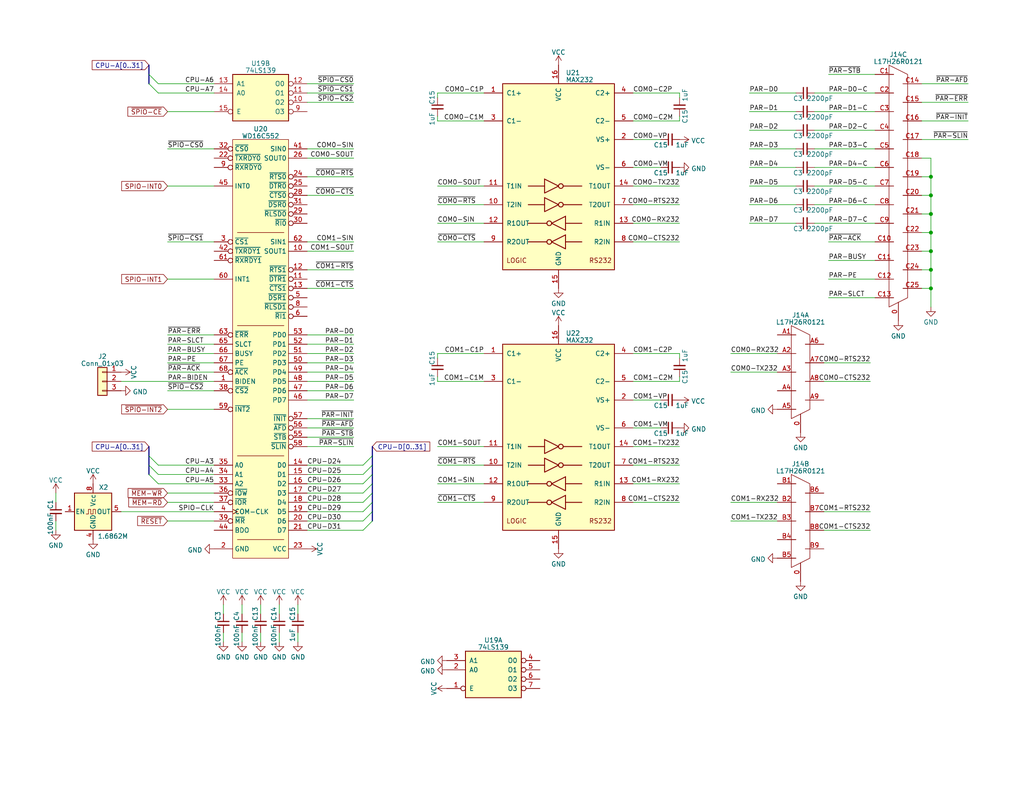
<source format=kicad_sch>
(kicad_sch (version 20230121) (generator eeschema)
  (paper "USLetter")
  (title_block (title "Wrap030 ITX") (date "2023-03-15") (rev "0") (company "techav"))
  (junction (at 254 53.34))
  (junction (at 254 78.74))
  (junction (at 254 58.42))
  (junction (at 254 63.5))
  (junction (at 254 73.66))
  (junction (at 254 68.58))
  (junction (at 254 48.26))
  (bus_entry (at 101.6 139.7) (size -2.54 2.54))
  (bus_entry (at 40.64 22.86) (size 2.54 2.54))
  (bus_entry (at 101.6 134.62) (size -2.54 2.54))
  (bus_entry (at 101.6 142.24) (size -2.54 2.54))
  (bus_entry (at 101.6 129.54) (size -2.54 2.54))
  (bus_entry (at 40.64 20.32) (size 2.54 2.54))
  (bus_entry (at 101.6 137.16) (size -2.54 2.54))
  (bus_entry (at 40.64 124.46) (size 2.54 2.54))
  (bus_entry (at 40.64 127) (size 2.54 2.54))
  (bus_entry (at 40.64 129.54) (size 2.54 2.54))
  (bus_entry (at 101.6 132.08) (size -2.54 2.54))
  (bus_entry (at 101.6 127) (size -2.54 2.54))
  (bus_entry (at 101.6 124.46) (size -2.54 2.54))
  (wire (pts (xy 83.82 101.6) (xy 96.52 101.6)))
  (wire (pts (xy 132.08 132.08) (xy 119.38 132.08)))
  (bus (pts (xy 40.64 121.92) (xy 40.64 124.46)))
  (wire (pts (xy 83.82 109.22) (xy 96.52 109.22)))
  (wire (pts (xy 180.34 109.22) (xy 172.72 109.22)))
  (wire (pts (xy 83.82 116.84) (xy 96.52 116.84)))
  (wire (pts (xy 132.08 60.96) (xy 119.38 60.96)))
  (wire (pts (xy 180.34 38.1) (xy 172.72 38.1)))
  (wire (pts (xy 83.82 119.38) (xy 96.52 119.38)))
  (wire (pts (xy 254 58.42) (xy 254 53.34)))
  (wire (pts (xy 83.82 91.44) (xy 96.52 91.44)))
  (wire (pts (xy 185.42 33.02) (xy 185.42 31.75)))
  (wire (pts (xy 254 63.5) (xy 251.46 63.5)))
  (wire (pts (xy 83.82 53.34) (xy 96.52 53.34)))
  (wire (pts (xy 43.18 25.4) (xy 58.42 25.4)))
  (wire (pts (xy 45.72 142.24) (xy 58.42 142.24)))
  (wire (pts (xy 83.82 134.62) (xy 99.06 134.62)))
  (wire (pts (xy 83.82 132.08) (xy 99.06 132.08)))
  (wire (pts (xy 132.08 121.92) (xy 119.38 121.92)))
  (wire (pts (xy 83.82 137.16) (xy 99.06 137.16)))
  (wire (pts (xy 199.39 137.16) (xy 212.09 137.16)))
  (wire (pts (xy 119.38 96.52) (xy 132.08 96.52)))
  (wire (pts (xy 254 83.82) (xy 254 78.74)))
  (wire (pts (xy 172.72 25.4) (xy 185.42 25.4)))
  (wire (pts (xy 60.96 175.26) (xy 60.96 172.72)))
  (bus (pts (xy 101.6 139.7) (xy 101.6 142.24)))
  (bus (pts (xy 101.6 127) (xy 101.6 129.54)))
  (wire (pts (xy 83.82 121.92) (xy 96.52 121.92)))
  (wire (pts (xy 185.42 96.52) (xy 185.42 97.79)))
  (wire (pts (xy 222.25 45.72) (xy 238.76 45.72)))
  (wire (pts (xy 132.08 33.02) (xy 119.38 33.02)))
  (wire (pts (xy 81.28 175.26) (xy 81.28 172.72)))
  (wire (pts (xy 222.25 35.56) (xy 238.76 35.56)))
  (wire (pts (xy 217.17 50.8) (xy 204.47 50.8)))
  (wire (pts (xy 58.42 106.68) (xy 45.72 106.68)))
  (wire (pts (xy 185.42 50.8) (xy 172.72 50.8)))
  (bus (pts (xy 101.6 134.62) (xy 101.6 137.16)))
  (wire (pts (xy 222.25 40.64) (xy 238.76 40.64)))
  (wire (pts (xy 180.34 45.72) (xy 172.72 45.72)))
  (wire (pts (xy 132.08 55.88) (xy 119.38 55.88)))
  (wire (pts (xy 45.72 101.6) (xy 58.42 101.6)))
  (wire (pts (xy 132.08 50.8) (xy 119.38 50.8)))
  (wire (pts (xy 185.42 132.08) (xy 172.72 132.08)))
  (wire (pts (xy 199.39 96.52) (xy 212.09 96.52)))
  (wire (pts (xy 119.38 97.79) (xy 119.38 96.52)))
  (wire (pts (xy 226.06 76.2) (xy 238.76 76.2)))
  (wire (pts (xy 58.42 40.64) (xy 45.72 40.64)))
  (bus (pts (xy 40.64 20.32) (xy 40.64 22.86)))
  (wire (pts (xy 217.17 55.88) (xy 204.47 55.88)))
  (wire (pts (xy 76.2 175.26) (xy 76.2 172.72)))
  (wire (pts (xy 45.72 134.62) (xy 58.42 134.62)))
  (wire (pts (xy 45.72 50.8) (xy 58.42 50.8)))
  (wire (pts (xy 83.82 27.94) (xy 96.52 27.94)))
  (wire (pts (xy 15.24 134.62) (xy 15.24 137.16)))
  (wire (pts (xy 83.82 139.7) (xy 99.06 139.7)))
  (wire (pts (xy 254 73.66) (xy 254 68.58)))
  (wire (pts (xy 222.25 50.8) (xy 238.76 50.8)))
  (wire (pts (xy 254 48.26) (xy 251.46 48.26)))
  (wire (pts (xy 185.42 60.96) (xy 172.72 60.96)))
  (wire (pts (xy 83.82 22.86) (xy 96.52 22.86)))
  (wire (pts (xy 254 73.66) (xy 251.46 73.66)))
  (wire (pts (xy 199.39 142.24) (xy 212.09 142.24)))
  (wire (pts (xy 222.25 55.88) (xy 238.76 55.88)))
  (wire (pts (xy 45.72 76.2) (xy 58.42 76.2)))
  (wire (pts (xy 71.12 165.1) (xy 71.12 167.64)))
  (wire (pts (xy 254 78.74) (xy 251.46 78.74)))
  (wire (pts (xy 33.02 104.14) (xy 58.42 104.14)))
  (wire (pts (xy 185.42 55.88) (xy 172.72 55.88)))
  (wire (pts (xy 254 53.34) (xy 254 48.26)))
  (wire (pts (xy 83.82 114.3) (xy 96.52 114.3)))
  (wire (pts (xy 83.82 106.68) (xy 96.52 106.68)))
  (wire (pts (xy 83.82 40.64) (xy 96.52 40.64)))
  (wire (pts (xy 217.17 35.56) (xy 204.47 35.56)))
  (wire (pts (xy 132.08 137.16) (xy 119.38 137.16)))
  (wire (pts (xy 254 68.58) (xy 254 63.5)))
  (wire (pts (xy 172.72 104.14) (xy 185.42 104.14)))
  (wire (pts (xy 83.82 78.74) (xy 96.52 78.74)))
  (wire (pts (xy 43.18 129.54) (xy 58.42 129.54)))
  (wire (pts (xy 83.82 66.04) (xy 96.52 66.04)))
  (wire (pts (xy 45.72 99.06) (xy 58.42 99.06)))
  (wire (pts (xy 45.72 111.76) (xy 58.42 111.76)))
  (wire (pts (xy 83.82 25.4) (xy 96.52 25.4)))
  (bus (pts (xy 40.64 127) (xy 40.64 129.54)))
  (bus (pts (xy 40.64 17.78) (xy 40.64 20.32)))
  (wire (pts (xy 254 48.26) (xy 254 43.18)))
  (wire (pts (xy 83.82 129.54) (xy 99.06 129.54)))
  (wire (pts (xy 119.38 25.4) (xy 132.08 25.4)))
  (wire (pts (xy 237.49 139.7) (xy 224.79 139.7)))
  (wire (pts (xy 132.08 104.14) (xy 119.38 104.14)))
  (bus (pts (xy 101.6 129.54) (xy 101.6 132.08)))
  (wire (pts (xy 45.72 30.48) (xy 58.42 30.48)))
  (wire (pts (xy 83.82 43.18) (xy 96.52 43.18)))
  (wire (pts (xy 251.46 33.02) (xy 264.16 33.02)))
  (wire (pts (xy 172.72 96.52) (xy 185.42 96.52)))
  (wire (pts (xy 185.42 66.04) (xy 172.72 66.04)))
  (wire (pts (xy 83.82 73.66) (xy 96.52 73.66)))
  (wire (pts (xy 83.82 48.26) (xy 96.52 48.26)))
  (wire (pts (xy 60.96 165.1) (xy 60.96 167.64)))
  (wire (pts (xy 237.49 104.14) (xy 224.79 104.14)))
  (wire (pts (xy 251.46 22.86) (xy 264.16 22.86)))
  (wire (pts (xy 119.38 33.02) (xy 119.38 31.75)))
  (wire (pts (xy 222.25 25.4) (xy 238.76 25.4)))
  (wire (pts (xy 254 78.74) (xy 254 73.66)))
  (wire (pts (xy 66.04 165.1) (xy 66.04 167.64)))
  (wire (pts (xy 15.24 144.78) (xy 15.24 142.24)))
  (wire (pts (xy 76.2 165.1) (xy 76.2 167.64)))
  (wire (pts (xy 83.82 68.58) (xy 96.52 68.58)))
  (wire (pts (xy 185.42 127) (xy 172.72 127)))
  (wire (pts (xy 185.42 137.16) (xy 172.72 137.16)))
  (wire (pts (xy 254 53.34) (xy 251.46 53.34)))
  (wire (pts (xy 217.17 45.72) (xy 204.47 45.72)))
  (wire (pts (xy 180.34 116.84) (xy 172.72 116.84)))
  (wire (pts (xy 254 43.18) (xy 251.46 43.18)))
  (wire (pts (xy 45.72 137.16) (xy 58.42 137.16)))
  (wire (pts (xy 217.17 30.48) (xy 204.47 30.48)))
  (wire (pts (xy 237.49 144.78) (xy 224.79 144.78)))
  (bus (pts (xy 101.6 132.08) (xy 101.6 134.62)))
  (wire (pts (xy 217.17 25.4) (xy 204.47 25.4)))
  (wire (pts (xy 43.18 132.08) (xy 58.42 132.08)))
  (wire (pts (xy 238.76 20.32) (xy 226.06 20.32)))
  (wire (pts (xy 83.82 104.14) (xy 96.52 104.14)))
  (wire (pts (xy 237.49 99.06) (xy 224.79 99.06)))
  (wire (pts (xy 119.38 26.67) (xy 119.38 25.4)))
  (wire (pts (xy 172.72 33.02) (xy 185.42 33.02)))
  (wire (pts (xy 217.17 60.96) (xy 204.47 60.96)))
  (wire (pts (xy 254 68.58) (xy 251.46 68.58)))
  (wire (pts (xy 71.12 175.26) (xy 71.12 172.72)))
  (wire (pts (xy 226.06 71.12) (xy 238.76 71.12)))
  (wire (pts (xy 83.82 142.24) (xy 99.06 142.24)))
  (wire (pts (xy 83.82 144.78) (xy 99.06 144.78)))
  (bus (pts (xy 101.6 121.92) (xy 101.6 124.46)))
  (wire (pts (xy 185.42 104.14) (xy 185.42 102.87)))
  (wire (pts (xy 199.39 101.6) (xy 212.09 101.6)))
  (bus (pts (xy 101.6 137.16) (xy 101.6 139.7)))
  (wire (pts (xy 222.25 60.96) (xy 238.76 60.96)))
  (wire (pts (xy 226.06 66.04) (xy 238.76 66.04)))
  (wire (pts (xy 45.72 96.52) (xy 58.42 96.52)))
  (bus (pts (xy 40.64 124.46) (xy 40.64 127)))
  (wire (pts (xy 83.82 99.06) (xy 96.52 99.06)))
  (wire (pts (xy 254 63.5) (xy 254 58.42)))
  (wire (pts (xy 45.72 93.98) (xy 58.42 93.98)))
  (wire (pts (xy 83.82 93.98) (xy 96.52 93.98)))
  (wire (pts (xy 45.72 91.44) (xy 58.42 91.44)))
  (wire (pts (xy 185.42 121.92) (xy 172.72 121.92)))
  (wire (pts (xy 185.42 25.4) (xy 185.42 26.67)))
  (wire (pts (xy 33.02 139.7) (xy 58.42 139.7)))
  (wire (pts (xy 251.46 38.1) (xy 264.16 38.1)))
  (wire (pts (xy 58.42 66.04) (xy 45.72 66.04)))
  (wire (pts (xy 132.08 66.04) (xy 119.38 66.04)))
  (wire (pts (xy 43.18 22.86) (xy 58.42 22.86)))
  (wire (pts (xy 83.82 96.52) (xy 96.52 96.52)))
  (wire (pts (xy 66.04 175.26) (xy 66.04 172.72)))
  (wire (pts (xy 217.17 40.64) (xy 204.47 40.64)))
  (wire (pts (xy 226.06 81.28) (xy 238.76 81.28)))
  (bus (pts (xy 101.6 124.46) (xy 101.6 127)))
  (wire (pts (xy 83.82 127) (xy 99.06 127)))
  (wire (pts (xy 254 58.42) (xy 251.46 58.42)))
  (wire (pts (xy 119.38 104.14) (xy 119.38 102.87)))
  (wire (pts (xy 81.28 165.1) (xy 81.28 167.64)))
  (wire (pts (xy 132.08 127) (xy 119.38 127)))
  (wire (pts (xy 264.16 27.94) (xy 251.46 27.94)))
  (wire (pts (xy 43.18 127) (xy 58.42 127)))
  (wire (pts (xy 222.25 30.48) (xy 238.76 30.48)))
  (label "~{SPIO-CS1}" (at 45.72 66.04 0))
  (label "PAR-D7-C" (at 226.06 60.96 0))
  (label "PAR-PE" (at 45.72 99.06 0))
  (label "COM0-SOUT" (at 96.52 43.18 180))
  (label "COM0-SIN" (at 119.38 60.96 0))
  (label "~{PAR-SLIN}" (at 264.16 38.1 180))
  (label "COM1-CTS232" (at 237.49 144.78 180))
  (label "COM0-C1M" (at 132.08 33.02 180))
  (label "~{PAR-ERR}" (at 45.72 91.44 0))
  (label "COM1-C1P" (at 132.08 96.52 180))
  (label "~{PAR-AFD}" (at 264.16 22.86 180))
  (label "~{PAR-INIT}" (at 96.52 114.3 180))
  (label "COM1-C2M" (at 172.72 104.14 0))
  (label "PAR-D5" (at 204.47 50.8 0))
  (label "PAR-D6" (at 96.52 106.68 180))
  (label "PAR-D5-C" (at 226.06 50.8 0))
  (label "~{PAR-AFD}" (at 96.52 116.84 180))
  (label "COM1-C2P" (at 172.72 96.52 0))
  (label "~{PAR-STB}" (at 96.52 119.38 180))
  (label "~{COM1-RTS}" (at 119.38 127 0))
  (label "COM0-RX232" (at 199.39 96.52 0))
  (label "COM1-RTS232" (at 185.42 127 180))
  (label "PAR-D2" (at 96.52 96.52 180))
  (label "~{PAR-ACK}" (at 226.06 66.04 0))
  (label "~{SPIO-CS1}" (at 96.52 25.4 180))
  (label "~{PAR-ACK}" (at 45.72 101.6 0))
  (label "PAR-D0-C" (at 226.06 25.4 0))
  (label "PAR-BUSY" (at 45.72 96.52 0))
  (label "COM1-RTS232" (at 237.49 139.7 180))
  (label "PAR-BIDEN" (at 45.72 104.14 0))
  (label "~{SPIO-CS2}" (at 45.72 106.68 0))
  (label "CPU-D31" (at 83.82 144.78 0))
  (label "PAR-D2" (at 204.47 35.56 0))
  (label "COM1-VM" (at 172.72 116.84 0))
  (label "PAR-D4" (at 96.52 101.6 180))
  (label "~{COM0-RTS}" (at 96.52 48.26 180))
  (label "COM1-TX232" (at 185.42 121.92 180))
  (label "PAR-D4-C" (at 226.06 45.72 0))
  (label "COM0-RX232" (at 185.42 60.96 180))
  (label "COM0-CTS232" (at 237.49 104.14 180))
  (label "~{PAR-INIT}" (at 264.16 33.02 180))
  (label "CPU-A6" (at 58.42 22.86 180))
  (label "CPU-A5" (at 58.42 132.08 180))
  (label "COM0-VP" (at 172.72 38.1 0))
  (label "COM0-SOUT" (at 119.38 50.8 0))
  (label "PAR-D6" (at 204.47 55.88 0))
  (label "COM1-RX232" (at 185.42 132.08 180))
  (label "~{PAR-SLIN}" (at 96.52 121.92 180))
  (label "COM1-SOUT" (at 119.38 121.92 0))
  (label "CPU-D27" (at 83.82 134.62 0))
  (label "COM0-RTS232" (at 185.42 55.88 180))
  (label "~{SPIO-CS0}" (at 45.72 40.64 0))
  (label "COM0-C2P" (at 172.72 25.4 0))
  (label "PAR-SLCT" (at 45.72 93.98 0))
  (label "SPIO-CLK" (at 58.42 139.7 180))
  (label "PAR-D0" (at 204.47 25.4 0))
  (label "~{SPIO-CS0}" (at 96.52 22.86 180))
  (label "COM1-SOUT" (at 96.52 68.58 180))
  (label "PAR-D1-C" (at 226.06 30.48 0))
  (label "COM0-TX232" (at 199.39 101.6 0))
  (label "COM1-CTS232" (at 185.42 137.16 180))
  (label "~{PAR-STB}" (at 226.06 20.32 0))
  (label "CPU-A7" (at 58.42 25.4 180))
  (label "COM1-C1M" (at 132.08 104.14 180))
  (label "COM0-VM" (at 172.72 45.72 0))
  (label "COM1-VP" (at 172.72 109.22 0))
  (label "COM0-C2M" (at 172.72 33.02 0))
  (label "~{COM1-CTS}" (at 96.52 78.74 180))
  (label "~{COM1-RTS}" (at 96.52 73.66 180))
  (label "~{SPIO-CS2}" (at 96.52 27.94 180))
  (label "PAR-D3" (at 96.52 99.06 180))
  (label "PAR-D6-C" (at 226.06 55.88 0))
  (label "CPU-D28" (at 83.82 137.16 0))
  (label "COM1-RX232" (at 199.39 137.16 0))
  (label "PAR-D7" (at 204.47 60.96 0))
  (label "COM0-CTS232" (at 185.42 66.04 180))
  (label "PAR-SLCT" (at 226.06 81.28 0))
  (label "COM0-C1P" (at 132.08 25.4 180))
  (label "CPU-A4" (at 58.42 129.54 180))
  (label "PAR-BUSY" (at 226.06 71.12 0))
  (label "~{COM0-CTS}" (at 119.38 66.04 0))
  (label "~{COM0-RTS}" (at 119.38 55.88 0))
  (label "COM1-SIN" (at 119.38 132.08 0))
  (label "~{PAR-ERR}" (at 264.16 27.94 180))
  (label "CPU-D25" (at 83.82 129.54 0))
  (label "~{COM0-CTS}" (at 96.52 53.34 180))
  (label "CPU-D29" (at 83.82 139.7 0))
  (label "PAR-D4" (at 204.47 45.72 0))
  (label "PAR-D7" (at 96.52 109.22 180))
  (label "COM1-TX232" (at 199.39 142.24 0))
  (label "PAR-D0" (at 96.52 91.44 180))
  (label "PAR-D3-C" (at 226.06 40.64 0))
  (label "CPU-D26" (at 83.82 132.08 0))
  (label "COM0-TX232" (at 185.42 50.8 180))
  (label "CPU-D24" (at 83.82 127 0))
  (label "PAR-D3" (at 204.47 40.64 0))
  (label "CPU-A3" (at 58.42 127 180))
  (label "COM0-RTS232" (at 237.49 99.06 180))
  (label "COM1-SIN" (at 96.52 66.04 180))
  (label "CPU-D30" (at 83.82 142.24 0))
  (label "PAR-D1" (at 96.52 93.98 180))
  (label "PAR-D2-C" (at 226.06 35.56 0))
  (label "PAR-D5" (at 96.52 104.14 180))
  (label "PAR-PE" (at 226.06 76.2 0))
  (label "COM0-SIN" (at 96.52 40.64 180))
  (label "PAR-D1" (at 204.47 30.48 0))
  (label "~{COM1-CTS}" (at 119.38 137.16 0))
  (global_label "SPIO-INT1" (shape input) (at 45.72 76.2 180) (property "Intersheetrefs" "${INTERSHEET_REFS}" (effects hide)))
  (global_label "~{RESET}" (shape input) (at 45.72 142.24 180) (property "Intersheetrefs" "${INTERSHEET_REFS}" (effects hide)))
  (global_label "~{MEM-WR}" (shape input) (at 45.72 134.62 180) (property "Intersheetrefs" "${INTERSHEET_REFS}" (effects hide)))
  (global_label "CPU-A[0..31]" (shape input) (at 40.64 17.78 180) (property "Intersheetrefs" "${INTERSHEET_REFS}" (effects hide)))
  (global_label "~{MEM-RD}" (shape input) (at 45.72 137.16 180) (property "Intersheetrefs" "${INTERSHEET_REFS}" (effects hide)))
  (global_label "~{SPIO-INT2}" (shape input) (at 45.72 111.76 180) (property "Intersheetrefs" "${INTERSHEET_REFS}" (effects hide)))
  (global_label "SPIO-INT0" (shape input) (at 45.72 50.8 180) (property "Intersheetrefs" "${INTERSHEET_REFS}" (effects hide)))
  (global_label "CPU-D[0..31]" (shape input) (at 101.6 121.92 0) (property "Intersheetrefs" "${INTERSHEET_REFS}" (effects hide)))
  (global_label "~{SPIO-CE}" (shape input) (at 45.72 30.48 180) (property "Intersheetrefs" "${INTERSHEET_REFS}" (effects hide)))
  (global_label "CPU-A[0..31]" (shape input) (at 40.64 121.92 180) (property "Intersheetrefs" "${INTERSHEET_REFS}" (effects hide)))
  (symbol (lib_id "power:VCC") (at 185.42 109.22 270) (unit 1)
    (property "Reference" "#PWR031" (effects hide))
    (property "Value" "VCC" (at 188.595 109.5368 90) (effects (justify left)))
    (instances (project "Wrap030-ITX" (path "" (reference "#PWR031") (unit 1)) (path "" (reference "#PWR0107") (unit 1)) (path "" (reference "#PWR0326") (unit 1))))
  )
  (symbol (lib_id "Device:C_Small") (at 219.71 25.4 90) (unit 1)
    (property "Reference" "C3" (at 219.0726 26.8859 90) (effects (justify left)))
    (property "Value" "2200pF" (at 227.3436 26.8859 90) (effects (justify left)))
    (property "Footprint" "Capacitor_SMD:C_0402_1005Metric_Pad0.74x0.62mm_HandSolder" (effects hide))
    (property "JLC-Part" "https://jlcpcb.com/partdetail/1883-0402B222K500NT/C1531" (effects hide))
    (instances (project "Wrap030-ITX" (path "" (reference "C3") (unit 1)) (path "" (reference "C36") (unit 1)) (path "" (reference "C93") (unit 1))))
  )
  (symbol (lib_id "Device:C_Small") (at 182.88 45.72 90) (unit 1)
    (property "Reference" "C15" (at 182.2426 47.2059 90) (effects (justify left)))
    (property "Value" "1uF" (at 187.9736 47.2059 90) (effects (justify left)))
    (property "Footprint" "Capacitor_SMD:C_0402_1005Metric_Pad0.74x0.62mm_HandSolder" (effects hide))
    (property "JLC-Part" "https://jlcpcb.com/partdetail/53938-CL05A105KA5NQNC/C52923" (effects hide))
    (instances (project "Wrap030-ITX" (path "" (reference "C15") (unit 1)) (path "" (reference "C40") (unit 1)) (path "" (reference "C105") (unit 1))))
  )
  (symbol (lib_id "power:GND") (at 81.28 175.26 0) (unit 1)
    (property "Reference" "#PWR032" (effects hide))
    (property "Value" "GND" (at 81.28 179.3955 0))
    (instances (project "Wrap030-ITX" (path "" (reference "#PWR032") (unit 1)) (path "" (reference "#PWR0108") (unit 1)) (path "" (reference "#PWR0309") (unit 1))))
  )
  (symbol (lib_id "Device:C_Small") (at 182.88 38.1 90) (unit 1)
    (property "Reference" "C15" (at 182.2426 39.5859 90) (effects (justify left)))
    (property "Value" "1uF" (at 187.9736 39.5859 90) (effects (justify left)))
    (property "Footprint" "Capacitor_SMD:C_0402_1005Metric_Pad0.74x0.62mm_HandSolder" (effects hide))
    (property "JLC-Part" "https://jlcpcb.com/partdetail/53938-CL05A105KA5NQNC/C52923" (effects hide))
    (instances (project "Wrap030-ITX" (path "" (reference "C15") (unit 1)) (path "" (reference "C40") (unit 1)) (path "" (reference "C104") (unit 1))))
  )
  (symbol (lib_id "power:VCC") (at 66.04 165.1 0) (unit 1)
    (property "Reference" "#PWR09" (effects hide))
    (property "Value" "VCC" (at 66.04 161.5981 0))
    (instances (project "Wrap030-ITX" (path "" (reference "#PWR09") (unit 1)) (path "" (reference "#PWR0101") (unit 1)) (path "" (reference "#PWR0302") (unit 1))))
  )
  (symbol (lib_id "Device:C_Small") (at 182.88 116.84 90) (unit 1)
    (property "Reference" "C15" (at 182.2426 118.3259 90) (effects (justify left)))
    (property "Value" "1uF" (at 187.9736 118.3259 90) (effects (justify left)))
    (property "Footprint" "Capacitor_SMD:C_0402_1005Metric_Pad0.74x0.62mm_HandSolder" (effects hide))
    (property "JLC-Part" "https://jlcpcb.com/partdetail/53938-CL05A105KA5NQNC/C52923" (effects hide))
    (instances (project "Wrap030-ITX" (path "" (reference "C15") (unit 1)) (path "" (reference "C40") (unit 1)) (path "" (reference "C108") (unit 1))))
  )
  (symbol (lib_id "Device:C_Small") (at 15.24 139.7 0) (unit 1)
    (property "Reference" "C1" (at 13.7541 139.0626 90) (effects (justify left)))
    (property "Value" "100nF" (at 13.7541 146.0636 90) (effects (justify left)))
    (property "Footprint" "Capacitor_SMD:C_0402_1005Metric_Pad0.74x0.62mm_HandSolder" (effects hide))
    (property "JLC-Part" "https://jlcpcb.com/partdetail/1877-CL05B104KO5NNNC/C1525" (effects hide))
    (instances (project "Wrap030-ITX" (path "" (reference "C1") (unit 1)) (path "" (reference "C30") (unit 1)) (path "" (reference "C101") (unit 1))))
  )
  (symbol (lib_id "power:GND") (at 71.12 175.26 0) (unit 1)
    (property "Reference" "#PWR028" (effects hide))
    (property "Value" "GND" (at 71.12 179.3955 0))
    (instances (project "Wrap030-ITX" (path "" (reference "#PWR028") (unit 1)) (path "" (reference "#PWR0104") (unit 1)) (path "" (reference "#PWR0305") (unit 1))))
  )
  (symbol (lib_id "Device:C_Small") (at 66.04 170.18 0) (unit 1)
    (property "Reference" "C4" (at 64.5541 169.5426 90) (effects (justify left)))
    (property "Value" "100nF" (at 64.5541 176.5436 90) (effects (justify left)))
    (property "Footprint" "Capacitor_SMD:C_0402_1005Metric_Pad0.74x0.62mm_HandSolder" (effects hide))
    (property "JLC-Part" "https://jlcpcb.com/partdetail/1877-CL05B104KO5NNNC/C1525" (effects hide))
    (instances (project "Wrap030-ITX" (path "" (reference "C4") (unit 1)) (path "" (reference "C37") (unit 1)) (path "" (reference "C89") (unit 1))))
  )
  (symbol (lib_id "power:GND") (at 15.24 144.78 0) (unit 1)
    (property "Reference" "#PWR04" (effects hide))
    (property "Value" "GND" (at 15.24 148.9155 0))
    (instances (project "Wrap030-ITX" (path "" (reference "#PWR04") (unit 1)) (path "" (reference "#PWR070") (unit 1)) (path "" (reference "#PWR0316") (unit 1))))
  )
  (symbol (lib_id "power:GND") (at 152.4 78.74 0) (unit 1)
    (property "Reference" "#PWR032" (effects hide))
    (property "Value" "GND" (at 152.4 82.8755 0))
    (instances (project "Wrap030-ITX" (path "" (reference "#PWR032") (unit 1)) (path "" (reference "#PWR0108") (unit 1)) (path "" (reference "#PWR0320") (unit 1))))
  )
  (symbol (lib_id "power:GND") (at 254 83.82 0) (mirror y) (unit 1)
    (property "Reference" "#PWR032" (effects hide))
    (property "Value" "GND" (at 254 87.9555 0))
    (instances (project "Wrap030-ITX" (path "" (reference "#PWR032") (unit 1)) (path "" (reference "#PWR0108") (unit 1)) (path "" (reference "#PWR0310") (unit 1))))
  )
  (symbol (lib_id "power:GND") (at 33.02 106.68 90) (unit 1)
    (property "Reference" "#PWR032" (effects hide))
    (property "Value" "GND" (at 36.195 106.9968 90) (effects (justify right)))
    (instances (project "Wrap030-ITX" (path "" (reference "#PWR032") (unit 1)) (path "" (reference "#PWR0108") (unit 1)) (path "" (reference "#PWR0314") (unit 1))))
  )
  (symbol (lib_id "power:GND") (at 121.92 182.88 270) (unit 1)
    (property "Reference" "#PWR04" (effects hide))
    (property "Value" "GND" (at 118.7451 183.1968 90) (effects (justify right)))
    (instances (project "Wrap030-ITX" (path "" (reference "#PWR04") (unit 1)) (path "" (reference "#PWR064") (unit 1)) (path "" (reference "#PWR0134") (unit 1)) (path "" (reference "#PWR0166") (unit 1)) (path "" (reference "#PWR0294") (unit 1)) (path "" (reference "#PWR0352") (unit 1))))
  )
  (symbol (lib_id "power:VCC") (at 152.4 88.9 0) (unit 1)
    (property "Reference" "#PWR031" (effects hide))
    (property "Value" "VCC" (at 152.4 85.3981 0))
    (instances (project "Wrap030-ITX" (path "" (reference "#PWR031") (unit 1)) (path "" (reference "#PWR0107") (unit 1)) (path "" (reference "#PWR0324") (unit 1))))
  )
  (symbol (lib_id "power:GND") (at 218.44 158.75 0) (unit 1)
    (property "Reference" "#PWR04" (effects hide))
    (property "Value" "GND" (at 218.44 162.8855 0))
    (instances (project "Wrap030-ITX" (path "" (reference "#PWR04") (unit 1)) (path "" (reference "#PWR0181") (unit 1)) (path "" (reference "#PWR0348") (unit 1))))
  )
  (symbol (lib_id "power:GND") (at 185.42 116.84 90) (unit 1)
    (property "Reference" "#PWR032" (effects hide))
    (property "Value" "GND" (at 188.595 117.1568 90) (effects (justify right)))
    (instances (project "Wrap030-ITX" (path "" (reference "#PWR032") (unit 1)) (path "" (reference "#PWR0108") (unit 1)) (path "" (reference "#PWR0327") (unit 1))))
  )
  (symbol (lib_id "Device:C_Small") (at 182.88 109.22 90) (unit 1)
    (property "Reference" "C15" (at 182.2426 110.7059 90) (effects (justify left)))
    (property "Value" "1uF" (at 187.9736 110.7059 90) (effects (justify left)))
    (property "Footprint" "Capacitor_SMD:C_0402_1005Metric_Pad0.74x0.62mm_HandSolder" (effects hide))
    (property "JLC-Part" "https://jlcpcb.com/partdetail/53938-CL05A105KA5NQNC/C52923" (effects hide))
    (instances (project "Wrap030-ITX" (path "" (reference "C15") (unit 1)) (path "" (reference "C40") (unit 1)) (path "" (reference "C107") (unit 1))))
  )
  (symbol (lib_id "74xx:74LS139") (at 134.62 182.88 0) (unit 1)
    (property "Reference" "U19" (at 134.62 174.7901 0))
    (property "Value" "74LS139" (at 134.62 176.7111 0))
    (property "Footprint" "Package_DIP:DIP-16_W7.62mm_Socket" (effects hide))
    (property "Datasheet" "http://www.ti.com/lit/ds/symlink/sn74ls139a.pdf" (effects hide))
  )
  (symbol (lib_id "Wrap030-ITX:WD16C552") (at 71.12 38.1 0) (unit 1)
    (property "Reference" "U20" (at 71.12 35.2171 0))
    (property "Value" "WD16C552" (at 71.12 37.1381 0))
    (property "Footprint" "Package_LCC:PLCC-68_THT-Socket" (effects hide))
  )
  (symbol (lib_id "Device:C_Small") (at 219.71 60.96 90) (unit 1)
    (property "Reference" "C3" (at 219.0726 62.4459 90) (effects (justify left)))
    (property "Value" "2200pF" (at 227.3436 62.4459 90) (effects (justify left)))
    (property "Footprint" "Capacitor_SMD:C_0402_1005Metric_Pad0.74x0.62mm_HandSolder" (effects hide))
    (property "JLC-Part" "https://jlcpcb.com/partdetail/1883-0402B222K500NT/C1531" (effects hide))
    (instances (project "Wrap030-ITX" (path "" (reference "C3") (unit 1)) (path "" (reference "C36") (unit 1)) (path "" (reference "C100") (unit 1))))
  )
  (symbol (lib_id "power:GND") (at 66.04 175.26 0) (unit 1)
    (property "Reference" "#PWR010" (effects hide))
    (property "Value" "GND" (at 66.04 179.3955 0))
    (instances (project "Wrap030-ITX" (path "" (reference "#PWR010") (unit 1)) (path "" (reference "#PWR0102") (unit 1)) (path "" (reference "#PWR0303") (unit 1))))
  )
  (symbol (lib_id "power:VCC") (at 81.28 165.1 0) (unit 1)
    (property "Reference" "#PWR031" (effects hide))
    (property "Value" "VCC" (at 81.28 161.5981 0))
    (instances (project "Wrap030-ITX" (path "" (reference "#PWR031") (unit 1)) (path "" (reference "#PWR0107") (unit 1)) (path "" (reference "#PWR0308") (unit 1))))
  )
  (symbol (lib_id "Oscillator:CXO_DIP8") (at 25.4 139.7 0) (unit 1)
    (property "Reference" "X2" (at 28.2594 133.0579 0))
    (property "Value" "1.6862M" (at 30.7994 146.4089 0))
    (property "Footprint" "Oscillator:Oscillator_DIP-8" (effects hide))
    (property "Datasheet" "http://cdn-reichelt.de/documents/datenblatt/B400/OSZI.pdf" (effects hide))
    (instances (project "Wrap030-ITX" (path "" (reference "X2") (unit 1)) (path "" (reference "X4") (unit 1))))
  )
  (symbol (lib_id "power:VCC") (at 15.24 134.62 0) (unit 1)
    (property "Reference" "#PWR03" (effects hide))
    (property "Value" "VCC" (at 15.24 131.1181 0))
    (instances (project "Wrap030-ITX" (path "" (reference "#PWR03") (unit 1)) (path "" (reference "#PWR069") (unit 1)) (path "" (reference "#PWR0315") (unit 1))))
  )
  (symbol (lib_id "Device:C_Small") (at 219.71 45.72 90) (unit 1)
    (property "Reference" "C3" (at 219.0726 47.2059 90) (effects (justify left)))
    (property "Value" "2200pF" (at 227.3436 47.2059 90) (effects (justify left)))
    (property "Footprint" "Capacitor_SMD:C_0402_1005Metric_Pad0.74x0.62mm_HandSolder" (effects hide))
    (property "JLC-Part" "https://jlcpcb.com/partdetail/1883-0402B222K500NT/C1531" (effects hide))
    (instances (project "Wrap030-ITX" (path "" (reference "C3") (unit 1)) (path "" (reference "C36") (unit 1)) (path "" (reference "C97") (unit 1))))
  )
  (symbol (lib_id "power:GND") (at 58.42 149.86 270) (unit 1)
    (property "Reference" "#PWR032" (effects hide))
    (property "Value" "GND" (at 55.2451 150.1768 90) (effects (justify right)))
    (instances (project "Wrap030-ITX" (path "" (reference "#PWR032") (unit 1)) (path "" (reference "#PWR0108") (unit 1)) (path "" (reference "#PWR0312") (unit 1))))
  )
  (symbol (lib_id "Device:C_Small") (at 71.12 170.18 0) (unit 1)
    (property "Reference" "C13" (at 69.6341 169.5426 90) (effects (justify left)))
    (property "Value" "100nF" (at 69.6341 176.5436 90) (effects (justify left)))
    (property "Footprint" "Capacitor_SMD:C_0402_1005Metric_Pad0.74x0.62mm_HandSolder" (effects hide))
    (property "JLC-Part" "https://jlcpcb.com/partdetail/1877-CL05B104KO5NNNC/C1525" (effects hide))
    (instances (project "Wrap030-ITX" (path "" (reference "C13") (unit 1)) (path "" (reference "C38") (unit 1)) (path "" (reference "C90") (unit 1))))
  )
  (symbol (lib_id "74xx:74LS139") (at 71.12 25.4 0) (unit 2)
    (property "Reference" "U19" (at 71.12 17.3101 0))
    (property "Value" "74LS139" (at 71.12 19.2311 0))
    (property "Footprint" "Package_DIP:DIP-16_W7.62mm_Socket" (effects hide))
    (property "Datasheet" "http://www.ti.com/lit/ds/symlink/sn74ls139a.pdf" (effects hide))
  )
  (symbol (lib_id "Wrap030-ITX:L17H26R0121") (at 245.11 17.78 0) (unit 3)
    (property "Reference" "J14" (at 245.11 14.8971 0))
    (property "Value" "L17H26R0121" (at 245.11 16.8181 0))
    (property "Footprint" "Wrap030-ITX:L17H26R0121" (effects hide))
  )
  (symbol (lib_id "Device:C_Small") (at 219.71 40.64 90) (unit 1)
    (property "Reference" "C3" (at 219.0726 42.1259 90) (effects (justify left)))
    (property "Value" "2200pF" (at 227.3436 42.1259 90) (effects (justify left)))
    (property "Footprint" "Capacitor_SMD:C_0402_1005Metric_Pad0.74x0.62mm_HandSolder" (effects hide))
    (property "JLC-Part" "https://jlcpcb.com/partdetail/1883-0402B222K500NT/C1531" (effects hide))
    (instances (project "Wrap030-ITX" (path "" (reference "C3") (unit 1)) (path "" (reference "C36") (unit 1)) (path "" (reference "C96") (unit 1))))
  )
  (symbol (lib_id "power:GND") (at 60.96 175.26 0) (unit 1)
    (property "Reference" "#PWR08" (effects hide))
    (property "Value" "GND" (at 60.96 179.3955 0))
    (instances (project "Wrap030-ITX" (path "" (reference "#PWR08") (unit 1)) (path "" (reference "#PWR0100") (unit 1)) (path "" (reference "#PWR0301") (unit 1))))
  )
  (symbol (lib_id "Connector_Generic:Conn_01x03") (at 27.94 104.14 0) (mirror y) (unit 1)
    (property "Reference" "J2" (at 27.94 97.3201 0))
    (property "Value" "Conn_01x03" (at 27.94 99.2411 0))
    (property "Footprint" "Connector_PinHeader_2.54mm:PinHeader_1x03_P2.54mm_Vertical" (effects hide))
    (instances (project "Wrap030-ITX" (path "" (reference "J2") (unit 1)) (path "" (reference "J10") (unit 1))))
  )
  (symbol (lib_id "Device:C_Small") (at 185.42 100.33 180) (unit 1)
    (property "Reference" "C15" (at 186.9059 100.9674 90) (effects (justify left)))
    (property "Value" "1uF" (at 186.9059 95.2364 90) (effects (justify left)))
    (property "Footprint" "Capacitor_SMD:C_0402_1005Metric_Pad0.74x0.62mm_HandSolder" (effects hide))
    (property "JLC-Part" "https://jlcpcb.com/partdetail/53938-CL05A105KA5NQNC/C52923" (effects hide))
    (instances (project "Wrap030-ITX" (path "" (reference "C15") (unit 1)) (path "" (reference "C40") (unit 1)) (path "" (reference "C109") (unit 1))))
  )
  (symbol (lib_id "Device:C_Small") (at 119.38 29.21 0) (unit 1)
    (property "Reference" "C15" (at 117.8941 28.5726 90) (effects (justify left)))
    (property "Value" "1uF" (at 117.8941 34.3036 90) (effects (justify left)))
    (property "Footprint" "Capacitor_SMD:C_0402_1005Metric_Pad0.74x0.62mm_HandSolder" (effects hide))
    (property "JLC-Part" "https://jlcpcb.com/partdetail/53938-CL05A105KA5NQNC/C52923" (effects hide))
    (instances (project "Wrap030-ITX" (path "" (reference "C15") (unit 1)) (path "" (reference "C40") (unit 1)) (path "" (reference "C102") (unit 1))))
  )
  (symbol (lib_id "power:GND") (at 76.2 175.26 0) (unit 1)
    (property "Reference" "#PWR030" (effects hide))
    (property "Value" "GND" (at 76.2 179.3955 0))
    (instances (project "Wrap030-ITX" (path "" (reference "#PWR030") (unit 1)) (path "" (reference "#PWR0106") (unit 1)) (path "" (reference "#PWR0307") (unit 1))))
  )
  (symbol (lib_id "Wrap030-ITX:L17H26R0121") (at 218.44 88.9 0) (unit 1)
    (property "Reference" "J14" (at 218.44 86.0171 0))
    (property "Value" "L17H26R0121" (at 218.44 87.9381 0))
    (property "Footprint" "Wrap030-ITX:L17H26R0121" (effects hide))
  )
  (symbol (lib_id "Device:C_Small") (at 119.38 100.33 0) (unit 1)
    (property "Reference" "C15" (at 117.8941 99.6926 90) (effects (justify left)))
    (property "Value" "1uF" (at 117.8941 105.4236 90) (effects (justify left)))
    (property "Footprint" "Capacitor_SMD:C_0402_1005Metric_Pad0.74x0.62mm_HandSolder" (effects hide))
    (property "JLC-Part" "https://jlcpcb.com/partdetail/53938-CL05A105KA5NQNC/C52923" (effects hide))
    (instances (project "Wrap030-ITX" (path "" (reference "C15") (unit 1)) (path "" (reference "C40") (unit 1)) (path "" (reference "C106") (unit 1))))
  )
  (symbol (lib_id "power:GND") (at 218.44 118.11 0) (unit 1)
    (property "Reference" "#PWR04" (effects hide))
    (property "Value" "GND" (at 218.44 122.2455 0))
    (instances (project "Wrap030-ITX" (path "" (reference "#PWR04") (unit 1)) (path "" (reference "#PWR0181") (unit 1)) (path "" (reference "#PWR0347") (unit 1))))
  )
  (symbol (lib_id "power:GND") (at 152.4 149.86 0) (unit 1)
    (property "Reference" "#PWR032" (effects hide))
    (property "Value" "GND" (at 152.4 153.9955 0))
    (instances (project "Wrap030-ITX" (path "" (reference "#PWR032") (unit 1)) (path "" (reference "#PWR0108") (unit 1)) (path "" (reference "#PWR0325") (unit 1))))
  )
  (symbol (lib_id "power:VCC") (at 185.42 38.1 270) (unit 1)
    (property "Reference" "#PWR031" (effects hide))
    (property "Value" "VCC" (at 188.595 38.4168 90) (effects (justify left)))
    (instances (project "Wrap030-ITX" (path "" (reference "#PWR031") (unit 1)) (path "" (reference "#PWR0107") (unit 1)) (path "" (reference "#PWR0322") (unit 1))))
  )
  (symbol (lib_id "Interface_UART:MAX232") (at 152.4 119.38 0) (unit 1)
    (property "Reference" "U22" (at 154.3559 90.9701 0) (effects (justify left)))
    (property "Value" "MAX232" (at 154.3559 92.8911 0) (effects (justify left)))
    (property "Footprint" "Package_DIP:DIP-16_W7.62mm_Socket" (effects hide))
    (property "Datasheet" "http://www.ti.com/lit/ds/symlink/max232.pdf" (effects hide))
  )
  (symbol (lib_id "power:GND") (at 212.09 152.4 270) (unit 1)
    (property "Reference" "#PWR032" (effects hide))
    (property "Value" "GND" (at 208.9151 152.7168 90) (effects (justify right)))
    (instances (project "Wrap030-ITX" (path "" (reference "#PWR032") (unit 1)) (path "" (reference "#PWR0108") (unit 1)) (path "" (reference "#PWR0328") (unit 1))))
  )
  (symbol (lib_id "power:GND") (at 212.09 111.76 270) (unit 1)
    (property "Reference" "#PWR032" (effects hide))
    (property "Value" "GND" (at 208.9151 112.0768 90) (effects (justify right)))
    (instances (project "Wrap030-ITX" (path "" (reference "#PWR032") (unit 1)) (path "" (reference "#PWR0108") (unit 1)) (path "" (reference "#PWR0323") (unit 1))))
  )
  (symbol (lib_id "Device:C_Small") (at 185.42 29.21 180) (unit 1)
    (property "Reference" "C15" (at 186.9059 29.8474 90) (effects (justify left)))
    (property "Value" "1uF" (at 186.9059 24.1164 90) (effects (justify left)))
    (property "Footprint" "Capacitor_SMD:C_0402_1005Metric_Pad0.74x0.62mm_HandSolder" (effects hide))
    (property "JLC-Part" "https://jlcpcb.com/partdetail/53938-CL05A105KA5NQNC/C52923" (effects hide))
    (instances (project "Wrap030-ITX" (path "" (reference "C15") (unit 1)) (path "" (reference "C40") (unit 1)) (path "" (reference "C103") (unit 1))))
  )
  (symbol (lib_id "power:GND") (at 25.4 147.32 0) (unit 1)
    (property "Reference" "#PWR04" (effects hide))
    (property "Value" "GND" (at 25.4 151.4555 0))
    (instances (project "Wrap030-ITX" (path "" (reference "#PWR04") (unit 1)) (path "" (reference "#PWR072") (unit 1)) (path "" (reference "#PWR0318") (unit 1))))
  )
  (symbol (lib_id "power:VCC") (at 76.2 165.1 0) (unit 1)
    (property "Reference" "#PWR029" (effects hide))
    (property "Value" "VCC" (at 76.2 161.5981 0))
    (instances (project "Wrap030-ITX" (path "" (reference "#PWR029") (unit 1)) (path "" (reference "#PWR0105") (unit 1)) (path "" (reference "#PWR0306") (unit 1))))
  )
  (symbol (lib_id "power:VCC") (at 83.82 149.86 270) (unit 1)
    (property "Reference" "#PWR07" (effects hide))
    (property "Value" "VCC" (at 87.3219 149.86 0))
    (instances (project "Wrap030-ITX" (path "" (reference "#PWR07") (unit 1)) (path "" (reference "#PWR099") (unit 1)) (path "" (reference "#PWR0311") (unit 1))))
  )
  (symbol (lib_id "Device:C_Small") (at 219.71 35.56 90) (unit 1)
    (property "Reference" "C3" (at 219.0726 37.0459 90) (effects (justify left)))
    (property "Value" "2200pF" (at 227.3436 37.0459 90) (effects (justify left)))
    (property "Footprint" "Capacitor_SMD:C_0402_1005Metric_Pad0.74x0.62mm_HandSolder" (effects hide))
    (property "JLC-Part" "https://jlcpcb.com/partdetail/1883-0402B222K500NT/C1531" (effects hide))
    (instances (project "Wrap030-ITX" (path "" (reference "C3") (unit 1)) (path "" (reference "C36") (unit 1)) (path "" (reference "C95") (unit 1))))
  )
  (symbol (lib_id "power:VCC") (at 33.02 101.6 270) (unit 1)
    (property "Reference" "#PWR07" (effects hide))
    (property "Value" "VCC" (at 36.5219 101.6 0))
    (instances (project "Wrap030-ITX" (path "" (reference "#PWR07") (unit 1)) (path "" (reference "#PWR099") (unit 1)) (path "" (reference "#PWR0313") (unit 1))))
  )
  (symbol (lib_id "Device:C_Small") (at 76.2 170.18 0) (unit 1)
    (property "Reference" "C14" (at 74.7141 169.5426 90) (effects (justify left)))
    (property "Value" "100nF" (at 74.7141 176.5436 90) (effects (justify left)))
    (property "Footprint" "Capacitor_SMD:C_0402_1005Metric_Pad0.74x0.62mm_HandSolder" (effects hide))
    (property "JLC-Part" "https://jlcpcb.com/partdetail/1877-CL05B104KO5NNNC/C1525" (effects hide))
    (instances (project "Wrap030-ITX" (path "" (reference "C14") (unit 1)) (path "" (reference "C39") (unit 1)) (path "" (reference "C91") (unit 1))))
  )
  (symbol (lib_id "power:VCC") (at 60.96 165.1 0) (unit 1)
    (property "Reference" "#PWR07" (effects hide))
    (property "Value" "VCC" (at 60.96 161.5981 0))
    (instances (project "Wrap030-ITX" (path "" (reference "#PWR07") (unit 1)) (path "" (reference "#PWR099") (unit 1)) (path "" (reference "#PWR0300") (unit 1))))
  )
  (symbol (lib_id "power:VCC") (at 152.4 17.78 0) (unit 1)
    (property "Reference" "#PWR031" (effects hide))
    (property "Value" "VCC" (at 152.4 14.2781 0))
    (instances (project "Wrap030-ITX" (path "" (reference "#PWR031") (unit 1)) (path "" (reference "#PWR0107") (unit 1)) (path "" (reference "#PWR0319") (unit 1))))
  )
  (symbol (lib_id "power:VCC") (at 121.92 187.96 90) (mirror x) (unit 1)
    (property "Reference" "#PWR07" (effects hide))
    (property "Value" "VCC" (at 118.4181 187.96 0))
    (instances (project "Wrap030-ITX" (path "" (reference "#PWR07") (unit 1)) (path "" (reference "#PWR099") (unit 1)) (path "" (reference "#PWR0353") (unit 1))))
  )
  (symbol (lib_id "power:GND") (at 185.42 45.72 90) (unit 1)
    (property "Reference" "#PWR032" (effects hide))
    (property "Value" "GND" (at 188.595 46.0368 90) (effects (justify right)))
    (instances (project "Wrap030-ITX" (path "" (reference "#PWR032") (unit 1)) (path "" (reference "#PWR0108") (unit 1)) (path "" (reference "#PWR0321") (unit 1))))
  )
  (symbol (lib_id "Wrap030-ITX:L17H26R0121") (at 218.44 129.54 0) (unit 2)
    (property "Reference" "J14" (at 218.44 126.6571 0))
    (property "Value" "L17H26R0121" (at 218.44 128.5781 0))
    (property "Footprint" "Wrap030-ITX:L17H26R0121" (effects hide))
  )
  (symbol (lib_id "Interface_UART:MAX232") (at 152.4 48.26 0) (unit 1)
    (property "Reference" "U21" (at 154.3559 19.8501 0) (effects (justify left)))
    (property "Value" "MAX232" (at 154.3559 21.7711 0) (effects (justify left)))
    (property "Footprint" "Package_DIP:DIP-16_W7.62mm_Socket" (effects hide))
    (property "Datasheet" "http://www.ti.com/lit/ds/symlink/max232.pdf" (effects hide))
  )
  (symbol (lib_id "power:VCC") (at 71.12 165.1 0) (unit 1)
    (property "Reference" "#PWR027" (effects hide))
    (property "Value" "VCC" (at 71.12 161.5981 0))
    (instances (project "Wrap030-ITX" (path "" (reference "#PWR027") (unit 1)) (path "" (reference "#PWR0103") (unit 1)) (path "" (reference "#PWR0304") (unit 1))))
  )
  (symbol (lib_id "power:GND") (at 121.92 180.34 270) (unit 1)
    (property "Reference" "#PWR04" (effects hide))
    (property "Value" "GND" (at 118.7451 180.6568 90) (effects (justify right)))
    (instances (project "Wrap030-ITX" (path "" (reference "#PWR04") (unit 1)) (path "" (reference "#PWR064") (unit 1)) (path "" (reference "#PWR0134") (unit 1)) (path "" (reference "#PWR0166") (unit 1)) (path "" (reference "#PWR0294") (unit 1)) (path "" (reference "#PWR0294") (unit 1))))
  )
  (symbol (lib_id "Device:C_Small") (at 219.71 55.88 90) (unit 1)
    (property "Reference" "C3" (at 219.0726 57.3659 90) (effects (justify left)))
    (property "Value" "2200pF" (at 227.3436 57.3659 90) (effects (justify left)))
    (property "Footprint" "Capacitor_SMD:C_0402_1005Metric_Pad0.74x0.62mm_HandSolder" (effects hide))
    (property "JLC-Part" "https://jlcpcb.com/partdetail/1883-0402B222K500NT/C1531" (effects hide))
    (instances (project "Wrap030-ITX" (path "" (reference "C3") (unit 1)) (path "" (reference "C36") (unit 1)) (path "" (reference "C99") (unit 1))))
  )
  (symbol (lib_id "Device:C_Small") (at 60.96 170.18 0) (unit 1)
    (property "Reference" "C3" (at 59.4741 169.5426 90) (effects (justify left)))
    (property "Value" "100nF" (at 59.4741 176.5436 90) (effects (justify left)))
    (property "Footprint" "Capacitor_SMD:C_0402_1005Metric_Pad0.74x0.62mm_HandSolder" (effects hide))
    (property "JLC-Part" "https://jlcpcb.com/partdetail/1877-CL05B104KO5NNNC/C1525" (effects hide))
    (instances (project "Wrap030-ITX" (path "" (reference "C3") (unit 1)) (path "" (reference "C36") (unit 1)) (path "" (reference "C88") (unit 1))))
  )
  (symbol (lib_id "Device:C_Small") (at 219.71 50.8 90) (unit 1)
    (property "Reference" "C3" (at 219.0726 52.2859 90) (effects (justify left)))
    (property "Value" "2200pF" (at 227.3436 52.2859 90) (effects (justify left)))
    (property "Footprint" "Capacitor_SMD:C_0402_1005Metric_Pad0.74x0.62mm_HandSolder" (effects hide))
    (property "JLC-Part" "https://jlcpcb.com/partdetail/1883-0402B222K500NT/C1531" (effects hide))
    (instances (project "Wrap030-ITX" (path "" (reference "C3") (unit 1)) (path "" (reference "C36") (unit 1)) (path "" (reference "C98") (unit 1))))
  )
  (symbol (lib_id "power:VCC") (at 25.4 132.08 0) (unit 1)
    (property "Reference" "#PWR03" (effects hide))
    (property "Value" "VCC" (at 25.4 128.5781 0))
    (instances (project "Wrap030-ITX" (path "" (reference "#PWR03") (unit 1)) (path "" (reference "#PWR071") (unit 1)) (path "" (reference "#PWR0317") (unit 1))))
  )
  (symbol (lib_id "Device:C_Small") (at 219.71 30.48 90) (unit 1)
    (property "Reference" "C3" (at 219.0726 31.9659 90) (effects (justify left)))
    (property "Value" "2200pF" (at 227.3436 31.9659 90) (effects (justify left)))
    (property "Footprint" "Capacitor_SMD:C_0402_1005Metric_Pad0.74x0.62mm_HandSolder" (effects hide))
    (property "JLC-Part" "https://jlcpcb.com/partdetail/1883-0402B222K500NT/C1531" (effects hide))
    (instances (project "Wrap030-ITX" (path "" (reference "C3") (unit 1)) (path "" (reference "C36") (unit 1)) (path "" (reference "C94") (unit 1))))
  )
  (symbol (lib_id "Device:C_Small") (at 81.28 170.18 0) (unit 1)
    (property "Reference" "C15" (at 79.7941 169.5426 90) (effects (justify left)))
    (property "Value" "1uF" (at 79.7941 175.2736 90) (effects (justify left)))
    (property "Footprint" "Capacitor_SMD:C_0402_1005Metric_Pad0.74x0.62mm_HandSolder" (effects hide))
    (property "JLC-Part" "https://jlcpcb.com/partdetail/53938-CL05A105KA5NQNC/C52923" (effects hide))
    (instances (project "Wrap030-ITX" (path "" (reference "C15") (unit 1)) (path "" (reference "C40") (unit 1)) (path "" (reference "C92") (unit 1))))
  )
  (symbol (lib_id "power:GND") (at 245.11 87.63 0) (unit 1)
    (property "Reference" "#PWR04" (effects hide))
    (property "Value" "GND" (at 245.11 91.7655 0))
    (instances (project "Wrap030-ITX" (path "" (reference "#PWR04") (unit 1)) (path "" (reference "#PWR0181") (unit 1)) (path "" (reference "#PWR0346") (unit 1))))
  )
)
</source>
